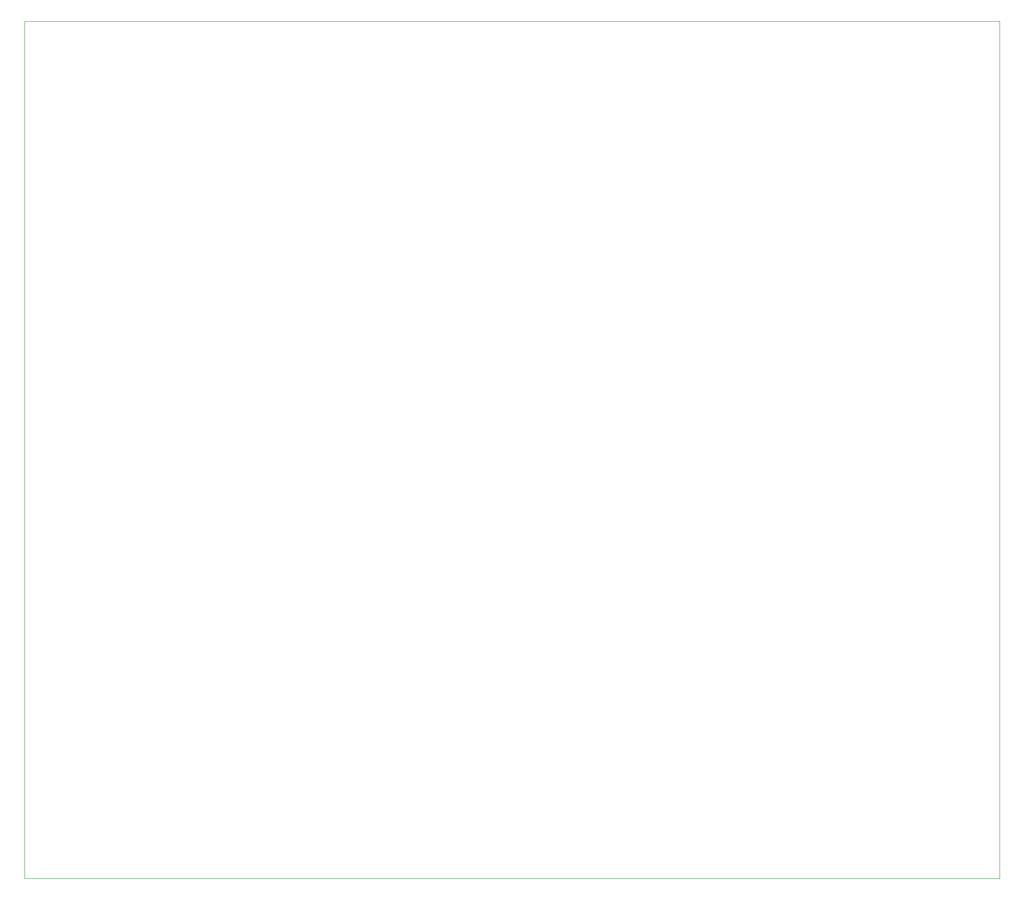
<source format=gbr>
G04*
G04 #@! TF.GenerationSoftware,Altium Limited,Altium Designer,23.6.0 (18)*
G04*
G04 Layer_Color=0*
%FSLAX44Y44*%
%MOMM*%
G71*
G04*
G04 #@! TF.SameCoordinates,1F3C283D-9475-48EB-A570-AF6A427DC10D*
G04*
G04*
G04 #@! TF.FilePolarity,Positive*
G04*
G01*
G75*
%ADD91C,0.0254*%
D91*
X250000Y250000D02*
Y1825000D01*
X2040000D01*
Y250000D01*
X250000D01*
M02*

</source>
